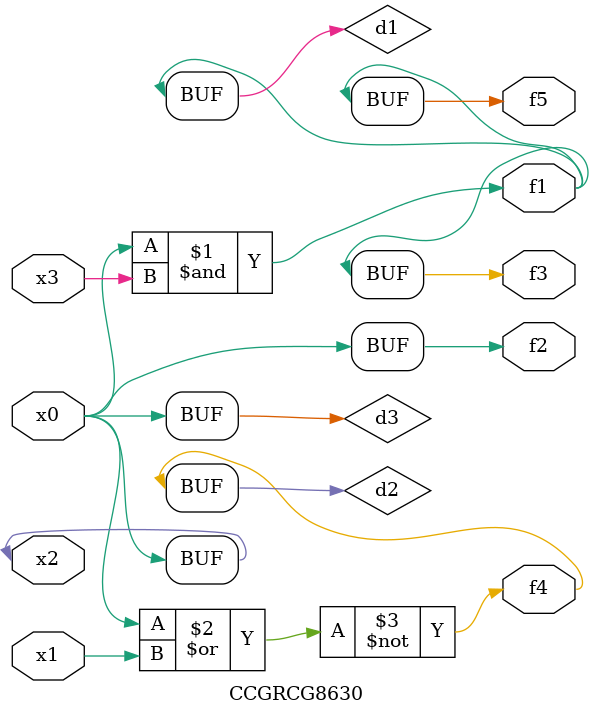
<source format=v>
module CCGRCG8630(
	input x0, x1, x2, x3,
	output f1, f2, f3, f4, f5
);

	wire d1, d2, d3;

	and (d1, x2, x3);
	nor (d2, x0, x1);
	buf (d3, x0, x2);
	assign f1 = d1;
	assign f2 = d3;
	assign f3 = d1;
	assign f4 = d2;
	assign f5 = d1;
endmodule

</source>
